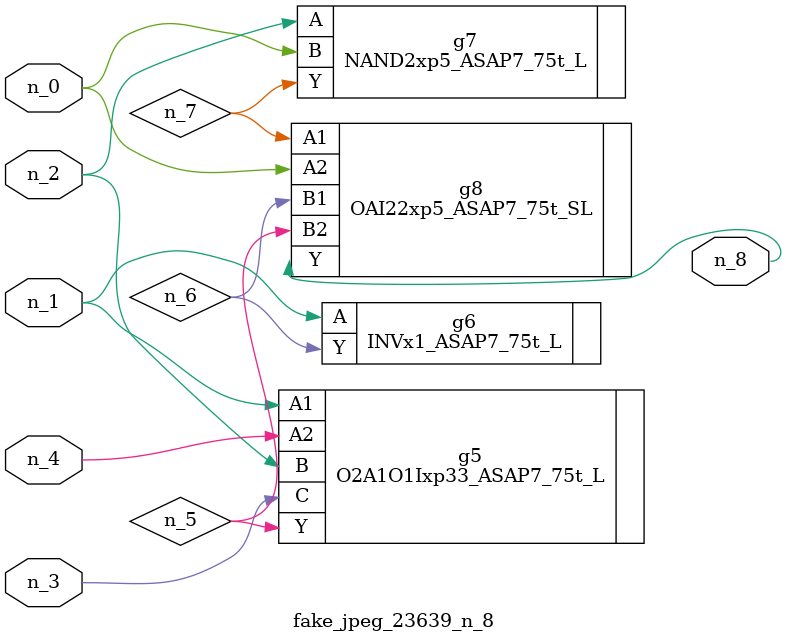
<source format=v>
module fake_jpeg_23639_n_8 (n_3, n_2, n_1, n_0, n_4, n_8);

input n_3;
input n_2;
input n_1;
input n_0;
input n_4;

output n_8;

wire n_6;
wire n_5;
wire n_7;

O2A1O1Ixp33_ASAP7_75t_L g5 ( 
.A1(n_1),
.A2(n_4),
.B(n_2),
.C(n_3),
.Y(n_5)
);

INVx1_ASAP7_75t_L g6 ( 
.A(n_1),
.Y(n_6)
);

NAND2xp5_ASAP7_75t_L g7 ( 
.A(n_2),
.B(n_0),
.Y(n_7)
);

OAI22xp5_ASAP7_75t_SL g8 ( 
.A1(n_7),
.A2(n_0),
.B1(n_6),
.B2(n_5),
.Y(n_8)
);


endmodule
</source>
